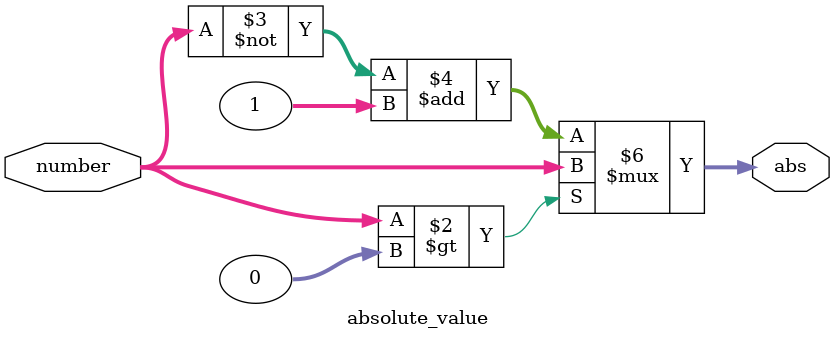
<source format=v>
/* calcula o valor absoluto */
module absolute_value #(parameter N = 64) (
    input wire signed [N-1:0] number, /* numero x, cujo módulo se deseja calcular */
    output reg signed [N-1:0] abs /* módulo do número x */
);
    wire signed [N-1:0] opposite; /* armazena o valor do negativo de x (opposite = -x) */
    
    /* cálculo do valor absoluto pela definição de módulo */
    always @(number) begin
        if(number > 0) begin
            abs <= number; /* |x| = x, para x >= 0 */
        end
        else begin
            abs <= ~number + 1; /* |x| = -x, para x < 0 */
        end
        
    end

endmodule
</source>
